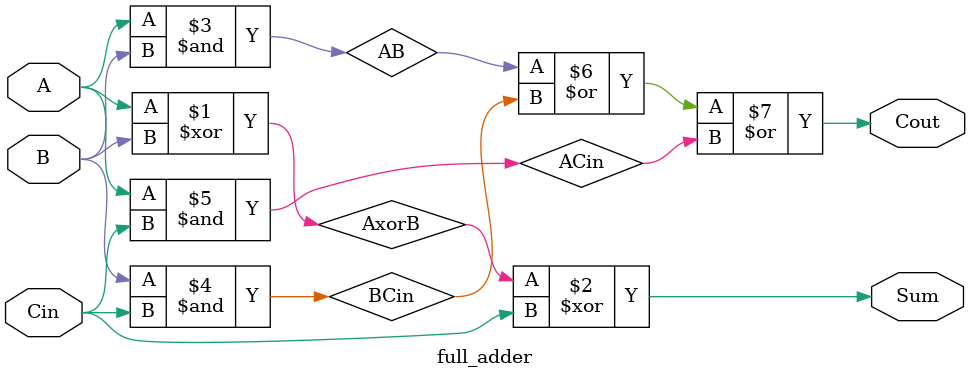
<source format=sv>
module full_adder(
    input logic A, B, Cin,
    output logic Sum, Cout
);

    logic AxorB;
    logic AB, BCin, ACin;

    xor (AxorB, A, B);
    xor (Sum, AxorB, Cin);

    and (AB, A, B);
    and (BCin, B, Cin);
    and (ACin, A, Cin);

    or (Cout, AB, BCin, ACin);

endmodule

</source>
